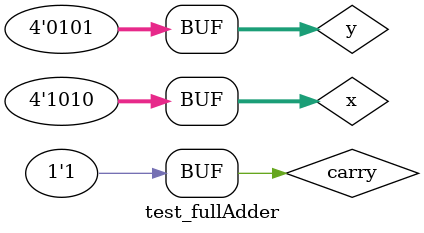
<source format=v>

module FullSubtractor(s, c_out, x, y, c_in);
  output s, c_out;
  input x, y, c_in;
  wire a, b, c;
// descrever por portas 
  xor (a, x, y);
  xor (s, a, c_in);   
  and (b, ~x, y);
  and (c, ~a, c_in);
  or (c_out, c, b);
endmodule //FullSubtractor

// ------------------------- 
// 4bit full Subtractor 
// ------------------------- 
module FourBitFullSubtractor(s, c_out, x, y, c_in);
  output [3:0] s;
  output c_out;
  input  [3:0] x, y;
  input c_in;
  wire c1, c2, c3;
  // descrever por portas 
  FullSubtractor FS0(s[0], c1, x[0], y[0], c_in);
  FullSubtractor FS1(s[1], c2, x[1], y[1], c1);
  FullSubtractor FS2(s[2], c3, x[2], y[2], c2);
  FullSubtractor FS3(s[3], c_out, x[3], y[3], c3);
endmodule //FourbitFullSubtractor

module test_fullAdder; 
// ------------------------- definir dados 
reg [3:0] x; 
reg [3:0] y; 
reg carry; 
wire [3:0] sub;
wire c_out; 

FourBitFullSubtractor FBFS1(sub, c_out, x, y, carry);
// ------------------------- parte principal 
  initial
  begin
  $display("Exemplo0022 - Bruno Cezar Andrade Viallet - 396679"); 
  $display("Test ALU's full subtractor"); 
  $monitor($time," x= %b y=%b c_in= %b /// carry out= %b soma= %b\n",x, y, carry,c_out,sub);
  end
  
  // Entradas
  initial
  begin
  x = 4'd2;y = 4'd4; carry = 1'b0;


  #5 x = 4'd2;y = 4'd4;
  #5 x = 4'd6;y = 4'd8;
  #5 x = 4'd1;y = 4'd3;
  #5 x = 4'd5;y = 4'd7;
  #5 x = 4'd10;y = 4'd5;carry = 1'b1;


  end
endmodule // test_fullSubtractor 
</source>
